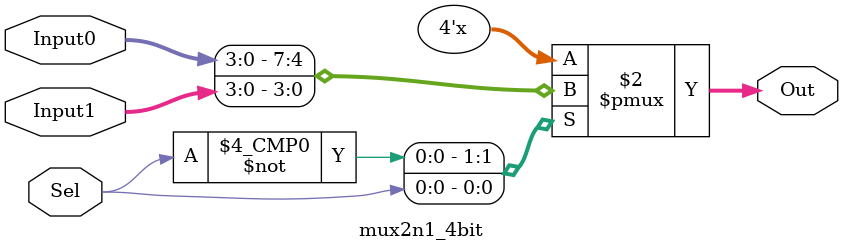
<source format=v>
`timescale 1ns / 1ps

module mux2n1_4bit(
       input [3:0]Input0,
       input [3:0]Input1,
       input Sel,
       output reg [3:0]Out
    );
    
   // assign Out = Sel ? Input1 : Input0;

   
    always @* begin
    case(Sel)
        1'b0: Out = Input0;
        1'b1: Out = Input1;
    endcase
    end
    
endmodule


</source>
